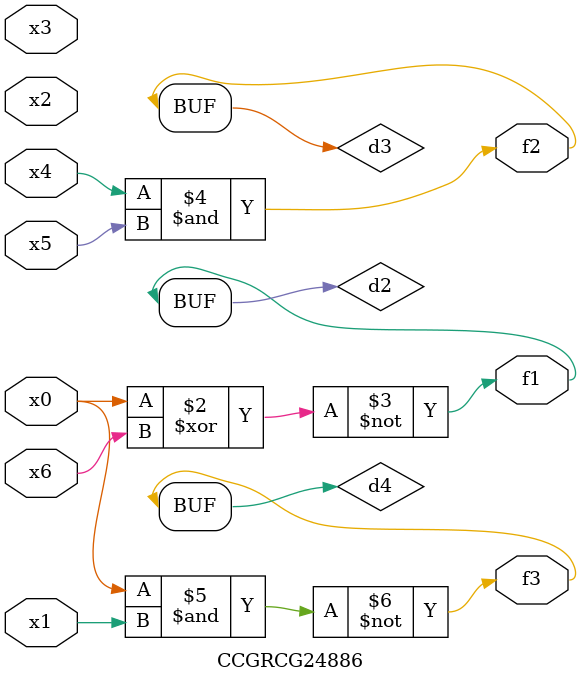
<source format=v>
module CCGRCG24886(
	input x0, x1, x2, x3, x4, x5, x6,
	output f1, f2, f3
);

	wire d1, d2, d3, d4;

	nor (d1, x0);
	xnor (d2, x0, x6);
	and (d3, x4, x5);
	nand (d4, x0, x1);
	assign f1 = d2;
	assign f2 = d3;
	assign f3 = d4;
endmodule

</source>
